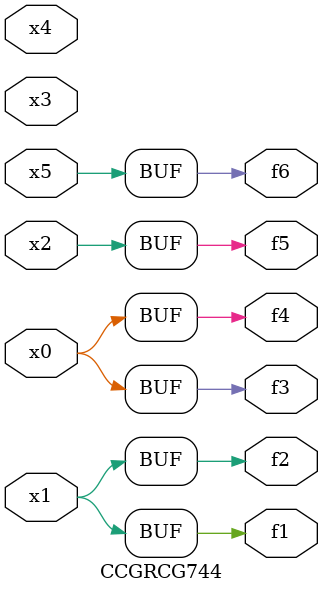
<source format=v>
module CCGRCG744(
	input x0, x1, x2, x3, x4, x5,
	output f1, f2, f3, f4, f5, f6
);
	assign f1 = x1;
	assign f2 = x1;
	assign f3 = x0;
	assign f4 = x0;
	assign f5 = x2;
	assign f6 = x5;
endmodule

</source>
